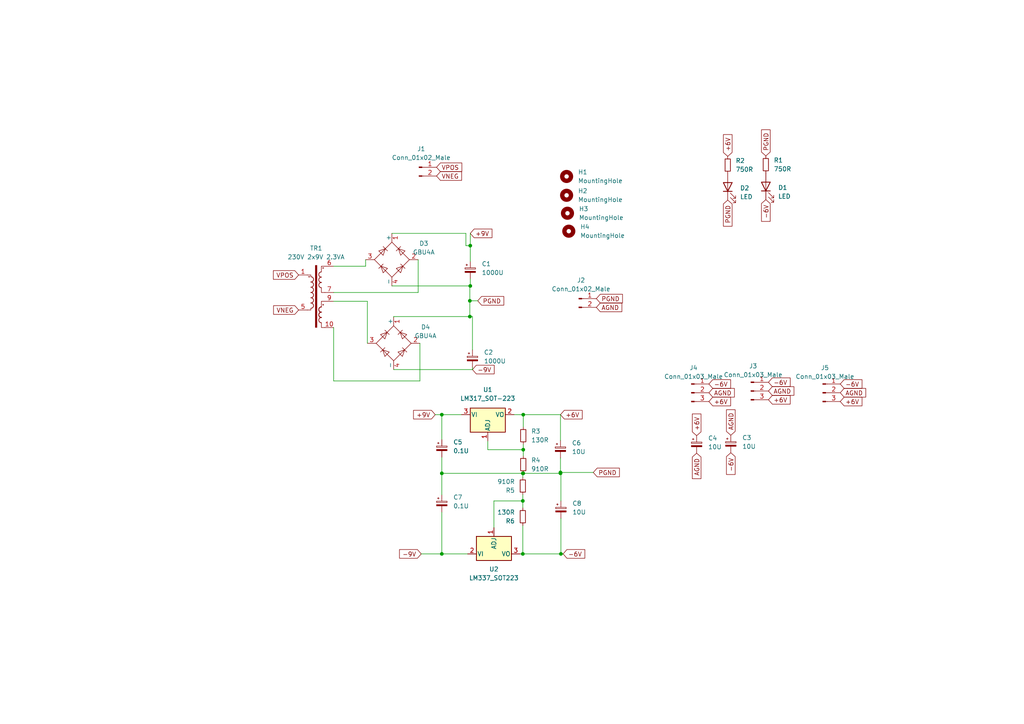
<source format=kicad_sch>
(kicad_sch (version 20230121) (generator eeschema)
  (paper "A4")
  (lib_symbols
    (symbol "Connector:Conn_01x02_Male" (pin_names (offset 1.016) hide)
      (property "Reference" "J" (at 0 2.54 0))
      (property "Value" "Conn_01x02_Male" (at 0 -5.08 0))
      (symbol "Conn_01x02_Male_1_1"
        (polyline (pts (xy 1.27 -2.54) (xy 0.8636 -2.54)) (stroke (width 0.1524)))
        (polyline (pts (xy 1.27 0) (xy 0.8636 0)) (stroke (width 0.1524)))
        (rectangle (start 0.8636 -2.413) (end 0 -2.667) (stroke (width 0.1524)) (fill (type outline)))
        (rectangle (start 0.8636 0.127) (end 0 -0.127) (stroke (width 0.1524)) (fill (type outline)))
        (pin passive line (at 5.08 0 180) (length 3.81) (name "Pin_1") (number "1"))
        (pin passive line (at 5.08 -2.54 180) (length 3.81) (name "Pin_2") (number "2"))
      )
    )
    (symbol "Connector:Conn_01x03_Male" (pin_names (offset 1.016) hide)
      (property "Reference" "J" (at 0 5.08 0))
      (property "Value" "Conn_01x03_Male" (at 0 -5.08 0))
      (symbol "Conn_01x03_Male_1_1"
        (polyline (pts (xy 1.27 -2.54) (xy 0.8636 -2.54)) (stroke (width 0.1524)))
        (polyline (pts (xy 1.27 0) (xy 0.8636 0)) (stroke (width 0.1524)))
        (polyline (pts (xy 1.27 2.54) (xy 0.8636 2.54)) (stroke (width 0.1524)))
        (rectangle (start 0.8636 -2.413) (end 0 -2.667) (stroke (width 0.1524)) (fill (type outline)))
        (rectangle (start 0.8636 0.127) (end 0 -0.127) (stroke (width 0.1524)) (fill (type outline)))
        (rectangle (start 0.8636 2.667) (end 0 2.413) (stroke (width 0.1524)) (fill (type outline)))
        (pin passive line (at 5.08 2.54 180) (length 3.81) (name "Pin_1") (number "1"))
        (pin passive line (at 5.08 0 180) (length 3.81) (name "Pin_2") (number "2"))
        (pin passive line (at 5.08 -2.54 180) (length 3.81) (name "Pin_3") (number "3"))
      )
    )
    (symbol "Device:C_Polarized_Small" (pin_numbers hide) (pin_names (offset 0.254) hide)
      (property "Reference" "C" (at 0.254 1.778 0))
      (property "Value" "C_Polarized_Small" (at 0.254 -2.032 0))
      (symbol "C_Polarized_Small_0_1"
        (rectangle (start -1.524 -0.3048) (end 1.524 -0.6858) (fill (type outline)))
        (rectangle (start -1.524 0.6858) (end 1.524 0.3048))
        (polyline (pts (xy -1.27 1.524) (xy -0.762 1.524)))
        (polyline (pts (xy -1.016 1.27) (xy -1.016 1.778)))
      )
      (symbol "C_Polarized_Small_1_1"
        (pin passive line (at 0 2.54 270) (length 1.8542) (name "~") (number "1"))
        (pin passive line (at 0 -2.54 90) (length 1.8542) (name "~") (number "2"))
      )
    )
    (symbol "Device:LED" (pin_numbers hide) (pin_names (offset 1.016) hide)
      (property "Reference" "D" (at 0 2.54 0))
      (property "Value" "LED" (at 0 -2.54 0))
      (symbol "LED_0_1"
        (polyline (pts (xy -1.27 -1.27) (xy -1.27 1.27)) (stroke (width 0.254)))
        (polyline (pts (xy -1.27 0) (xy 1.27 0)))
        (polyline (pts (xy 1.27 -1.27) (xy 1.27 1.27) (xy -1.27 0) (xy 1.27 -1.27)) (stroke (width 0.254)))
        (polyline (pts (xy -3.048 -0.762) (xy -4.572 -2.286) (xy -3.81 -2.286) (xy -4.572 -2.286) (xy -4.572 -1.524)))
        (polyline (pts (xy -1.778 -0.762) (xy -3.302 -2.286) (xy -2.54 -2.286) (xy -3.302 -2.286) (xy -3.302 -1.524)))
      )
      (symbol "LED_1_1"
        (pin passive line (at -3.81 0 0) (length 2.54) (name "K") (number "1"))
        (pin passive line (at 3.81 0 180) (length 2.54) (name "A") (number "2"))
      )
    )
    (symbol "Device:R_Small" (pin_numbers hide) (pin_names (offset 0.254) hide)
      (property "Reference" "R" (at 0.762 0.508 0))
      (property "Value" "R_Small" (at 0.762 -1.016 0))
      (symbol "R_Small_0_1"
        (rectangle (start -0.762 1.778) (end 0.762 -1.778) (stroke (width 0.2032)))
      )
      (symbol "R_Small_1_1"
        (pin passive line (at 0 2.54 270) (length 0.762) (name "~") (number "1"))
        (pin passive line (at 0 -2.54 90) (length 0.762) (name "~") (number "2"))
      )
    )
    (symbol "Diode_Bridge:GBU4A" (pin_names (offset 0))
      (property "Reference" "D" (at 2.54 6.985 0))
      (property "Value" "GBU4A" (at 2.54 5.08 0))
      (symbol "GBU4A_0_1"
        (polyline (pts (xy -2.54 3.81) (xy -1.27 2.54)))
        (polyline (pts (xy -1.27 -2.54) (xy -2.54 -3.81)))
        (polyline (pts (xy 2.54 -1.27) (xy 3.81 -2.54)))
        (polyline (pts (xy 2.54 1.27) (xy 3.81 2.54)))
        (polyline (pts (xy -3.81 2.54) (xy -2.54 1.27) (xy -1.905 3.175) (xy -3.81 2.54)))
        (polyline (pts (xy -2.54 -1.27) (xy -3.81 -2.54) (xy -1.905 -3.175) (xy -2.54 -1.27)))
        (polyline (pts (xy 1.27 2.54) (xy 2.54 3.81) (xy 3.175 1.905) (xy 1.27 2.54)))
        (polyline (pts (xy 3.175 -1.905) (xy 1.27 -2.54) (xy 2.54 -3.81) (xy 3.175 -1.905)))
        (polyline (pts (xy -5.08 0) (xy 0 -5.08) (xy 5.08 0) (xy 0 5.08) (xy -5.08 0)))
      )
      (symbol "GBU4A_1_1"
        (pin passive line (at 7.62 0 180) (length 2.54) (name "+") (number "1"))
        (pin passive line (at 0 -7.62 90) (length 2.54) (name "~") (number "2"))
        (pin passive line (at 0 7.62 270) (length 2.54) (name "~") (number "3"))
        (pin passive line (at -7.62 0 0) (length 2.54) (name "-") (number "4"))
      )
    )
    (symbol "Mechanical:MountingHole" (pin_names (offset 1.016))
      (property "Reference" "H" (at 0 5.08 0))
      (property "Value" "MountingHole" (at 0 3.175 0))
      (symbol "MountingHole_0_1"
        (circle (center 0 0) (radius 1.27) (stroke (width 1.27)))
      )
    )
    (symbol "Regulator_Linear:LM317_SOT-223" (pin_names (offset 0.254))
      (property "Reference" "U" (at -3.81 3.175 0))
      (property "Value" "LM317_SOT-223" (at 0 3.175 0))
      (symbol "LM317_SOT-223_0_1"
        (rectangle (start -5.08 1.905) (end 5.08 -5.08) (stroke (width 0.254)) (fill (type background)))
      )
      (symbol "LM317_SOT-223_1_1"
        (pin input line (at 0 -7.62 90) (length 2.54) (name "ADJ") (number "1"))
        (pin power_out line (at 7.62 0 180) (length 2.54) (name "VO") (number "2"))
        (pin power_in line (at -7.62 0 0) (length 2.54) (name "VI") (number "3"))
      )
    )
    (symbol "Regulator_Linear:LM337_SOT223" (pin_names (offset 0.254))
      (property "Reference" "U" (at -3.81 -3.175 0))
      (property "Value" "LM337_SOT223" (at 0 -3.175 0))
      (symbol "LM337_SOT223_0_1"
        (rectangle (start -5.08 5.08) (end 5.08 -1.905) (stroke (width 0.254)) (fill (type background)))
      )
      (symbol "LM337_SOT223_1_1"
        (pin input line (at 0 7.62 270) (length 2.54) (name "ADJ") (number "1"))
        (pin power_in line (at -7.62 0 0) (length 2.54) (name "VI") (number "2"))
        (pin power_out line (at 7.62 0 180) (length 2.54) (name "VO") (number "3"))
      )
    )
    (symbol "Transformer:TEZ2.6-D-2" (pin_names (offset 0.0254))
      (property "Reference" "TR" (at 0 8.89 0))
      (property "Value" "TEZ2.6-D-2" (at 0 -11.43 0))
      (symbol "TEZ2.6-D-2_0_1"
        (circle (center -2.032 4.572) (radius 0.127))
        (arc (start -1.524 -4.572) (mid -0.7653 -3.81) (end -1.524 -3.048) (stroke (width 0.2032)))
        (arc (start -1.524 -3.048) (mid -0.7653 -2.286) (end -1.524 -1.524) (stroke (width 0.2032)))
        (arc (start -1.524 -1.524) (mid -0.7653 -0.762) (end -1.524 0) (stroke (width 0.2032)))
        (arc (start -1.524 0) (mid -0.7653 0.762) (end -1.524 1.524) (stroke (width 0.2032)))
        (arc (start -1.524 1.524) (mid -0.7653 2.286) (end -1.524 3.048) (stroke (width 0.2032)))
        (arc (start -1.524 3.048) (mid -0.7653 3.81) (end -1.524 4.572) (stroke (width 0.2032)))
        (rectangle (start -0.254 7.874) (end 0.254 -10.16) (stroke (width 0.0254)) (fill (type outline)))
        (polyline (pts (xy -1.524 -4.572) (xy -1.524 -5.08) (xy -2.54 -5.08)))
        (polyline (pts (xy -1.524 4.572) (xy -1.524 5.08) (xy -2.54 5.08)))
        (polyline (pts (xy 1.524 -8.89) (xy 1.524 -10.16) (xy 2.54 -10.16)))
        (polyline (pts (xy 2.54 -2.54) (xy 1.524 -2.54) (xy 1.524 -4.064)))
        (polyline (pts (xy 2.54 0) (xy 1.524 0) (xy 1.524 1.27)))
        (polyline (pts (xy 2.54 7.62) (xy 1.524 7.62) (xy 1.524 6.096)))
        (arc (start 1.524 -7.239) (mid 0.7653 -8.001) (end 1.524 -8.763) (stroke (width 0.2032)))
        (arc (start 1.524 -5.715) (mid 0.7653 -6.477) (end 1.524 -7.239) (stroke (width 0.2032)))
        (arc (start 1.524 -5.715) (mid 0.7653 -6.477) (end 1.524 -7.239) (stroke (width 0.2032)))
        (arc (start 1.524 -4.191) (mid 0.7653 -4.953) (end 1.524 -5.715) (stroke (width 0.2032)))
        (arc (start 1.524 -4.191) (mid 0.7653 -4.953) (end 1.524 -5.715) (stroke (width 0.2032)))
        (arc (start 1.524 2.921) (mid 0.7653 2.159) (end 1.524 1.397) (stroke (width 0.2032)))
        (arc (start 1.524 4.445) (mid 0.7653 3.683) (end 1.524 2.921) (stroke (width 0.2032)))
        (arc (start 1.524 5.969) (mid 0.7653 5.207) (end 1.524 4.445) (stroke (width 0.2032)))
        (circle (center 2.032 -3.556) (radius 0.127))
        (circle (center 2.032 7.112) (radius 0.127))
      )
      (symbol "TEZ2.6-D-2_1_1"
        (pin passive line (at -5.08 5.08 0) (length 2.54) (name "~") (number "1"))
        (pin passive line (at 5.08 -10.16 180) (length 2.54) (name "~") (number "10"))
        (pin passive line (at -5.08 -5.08 0) (length 2.54) (name "~") (number "5"))
        (pin passive line (at 5.08 7.62 180) (length 2.54) (name "~") (number "6"))
        (pin passive line (at 5.08 0 180) (length 2.54) (name "~") (number "7"))
        (pin passive line (at 5.08 -2.54 180) (length 2.54) (name "~") (number "9"))
      )
    )
  )
  (junction (at 151.765 130.429))
  (junction (at 151.638 145.288))
  (junction (at 151.765 120.269))
  (junction (at 151.638 137.287))
  (junction (at 128.143 120.269))
  (junction (at 162.56 137.287))
  (junction (at 128.143 160.655))
  (junction (at 136.398 82.931))
  (junction (at 151.638 160.655))
  (junction (at 162.687 160.655))
  (junction (at 136.271 91.821))
  (junction (at 136.398 71.247))
  (junction (at 162.56 137.033))
  (junction (at 128.143 137.287))
  (junction (at 136.271 87.249))
  (junction (at 151.765 137.287))
  (wire (pts (xy 137.033 91.821) (xy 136.271 91.821)))
  (wire (pts (xy 96.774 77.216) (xy 106.045 77.216)))
  (wire (pts (xy 136.398 83.185) (xy 136.271 83.185)))
  (wire (pts (xy 121.793 110.49) (xy 96.774 110.49)))
  (wire (pts (xy 106.553 87.376) (xy 96.774 87.376)))
  (wire (pts (xy 151.765 130.429) (xy 151.765 132.207)))
  (wire (pts (xy 151.765 128.905) (xy 151.765 130.429)))
  (wire (pts (xy 106.553 99.568) (xy 106.553 87.376)))
  (wire (pts (xy 136.398 71.247) (xy 136.398 75.819)))
  (wire (pts (xy 136.271 91.821) (xy 114.173 91.821)))
  (wire (pts (xy 136.398 80.899) (xy 136.398 82.931)))
  (wire (pts (xy 162.687 160.655) (xy 163.322 160.655)))
  (wire (pts (xy 162.687 160.655) (xy 162.687 150.368)))
  (wire (pts (xy 151.638 152.4) (xy 151.638 160.655)))
  (wire (pts (xy 128.143 160.655) (xy 135.636 160.655)))
  (wire (pts (xy 162.56 127.762) (xy 162.56 120.269)))
  (wire (pts (xy 141.478 127.889) (xy 141.478 130.429)))
  (wire (pts (xy 128.143 120.269) (xy 133.858 120.269)))
  (wire (pts (xy 143.256 145.288) (xy 151.638 145.288)))
  (wire (pts (xy 113.665 82.931) (xy 136.398 82.931)))
  (wire (pts (xy 128.143 127.508) (xy 128.143 120.269)))
  (wire (pts (xy 162.56 132.842) (xy 162.56 137.033)))
  (wire (pts (xy 135.128 67.691) (xy 135.128 71.247)))
  (wire (pts (xy 143.256 153.035) (xy 143.256 145.288)))
  (wire (pts (xy 151.765 137.287) (xy 162.56 137.287)))
  (wire (pts (xy 128.143 137.287) (xy 128.143 132.588)))
  (wire (pts (xy 151.765 120.269) (xy 151.765 123.825)))
  (wire (pts (xy 136.271 83.185) (xy 136.271 87.249)))
  (wire (pts (xy 137.033 106.553) (xy 137.033 107.188)))
  (wire (pts (xy 106.045 75.311) (xy 106.045 77.216)))
  (wire (pts (xy 128.143 148.59) (xy 128.143 160.655)))
  (wire (pts (xy 151.765 120.269) (xy 162.56 120.269)))
  (wire (pts (xy 136.271 87.249) (xy 138.557 87.249)))
  (wire (pts (xy 151.638 147.32) (xy 151.638 145.288)))
  (wire (pts (xy 136.398 82.931) (xy 136.398 83.185)))
  (wire (pts (xy 151.638 160.655) (xy 162.687 160.655)))
  (wire (pts (xy 137.033 107.188) (xy 114.173 107.188)))
  (wire (pts (xy 151.638 145.288) (xy 151.638 143.51)))
  (wire (pts (xy 126.238 120.269) (xy 128.143 120.269)))
  (wire (pts (xy 149.098 120.269) (xy 151.765 120.269)))
  (wire (pts (xy 113.665 67.691) (xy 135.128 67.691)))
  (wire (pts (xy 114.173 91.821) (xy 114.173 91.948)))
  (wire (pts (xy 151.638 160.655) (xy 150.876 160.655)))
  (wire (pts (xy 121.793 99.568) (xy 121.793 110.49)))
  (wire (pts (xy 96.774 84.836) (xy 121.285 84.836)))
  (wire (pts (xy 162.56 137.033) (xy 162.56 137.287)))
  (wire (pts (xy 136.398 67.691) (xy 136.398 71.247)))
  (wire (pts (xy 162.687 145.288) (xy 162.687 137.287)))
  (wire (pts (xy 162.56 137.287) (xy 162.687 137.287)))
  (wire (pts (xy 136.271 87.249) (xy 136.271 91.821)))
  (wire (pts (xy 151.638 137.287) (xy 151.765 137.287)))
  (wire (pts (xy 135.128 71.247) (xy 136.398 71.247)))
  (wire (pts (xy 141.478 130.429) (xy 151.765 130.429)))
  (wire (pts (xy 121.285 75.311) (xy 121.285 84.836)))
  (wire (pts (xy 96.774 110.49) (xy 96.774 94.996)))
  (wire (pts (xy 151.638 137.287) (xy 151.638 138.43)))
  (wire (pts (xy 128.143 143.51) (xy 128.143 137.287)))
  (wire (pts (xy 128.143 137.287) (xy 151.638 137.287)))
  (wire (pts (xy 122.174 160.655) (xy 128.143 160.655)))
  (wire (pts (xy 137.033 91.821) (xy 137.033 101.473)))
  (wire (pts (xy 172.085 137.033) (xy 162.56 137.033)))
  (global_label "VNEG" (shape input) (at 126.619 51.054 0) (property "Intersheetrefs" "${INTERSHEET_REFS}" (effects hide)))
  (global_label "-6V" (shape input) (at 243.713 111.379 0) (property "Intersheetrefs" "${INTERSHEET_REFS}" (effects hide)))
  (global_label "AGND" (shape input) (at 222.885 113.411 0) (property "Intersheetrefs" "${INTERSHEET_REFS}" (effects hide)))
  (global_label "+6V" (shape input) (at 211.074 45.339 90) (property "Intersheetrefs" "${INTERSHEET_REFS}" (effects hide)))
  (global_label "-9V" (shape input) (at 122.174 160.655 180) (property "Intersheetrefs" "${INTERSHEET_REFS}" (effects hide)))
  (global_label "-9V" (shape input) (at 137.033 107.188 0) (property "Intersheetrefs" "${INTERSHEET_REFS}" (effects hide)))
  (global_label "AGND" (shape input) (at 202.057 131.445 270) (property "Intersheetrefs" "${INTERSHEET_REFS}" (effects hide)))
  (global_label "PGND" (shape input) (at 138.557 87.249 0) (property "Intersheetrefs" "${INTERSHEET_REFS}" (effects hide)))
  (global_label "+9V" (shape input) (at 126.238 120.269 180) (property "Intersheetrefs" "${INTERSHEET_REFS}" (effects hide)))
  (global_label "+9V" (shape input) (at 136.398 67.691 0) (property "Intersheetrefs" "${INTERSHEET_REFS}" (effects hide)))
  (global_label "VNEG" (shape input) (at 86.614 89.916 180) (property "Intersheetrefs" "${INTERSHEET_REFS}" (effects hide)))
  (global_label "-6V" (shape input) (at 222.885 110.871 0) (property "Intersheetrefs" "${INTERSHEET_REFS}" (effects hide)))
  (global_label "VPOS" (shape input) (at 86.614 79.756 180) (property "Intersheetrefs" "${INTERSHEET_REFS}" (effects hide)))
  (global_label "-6V" (shape input) (at 211.963 131.318 270) (property "Intersheetrefs" "${INTERSHEET_REFS}" (effects hide)))
  (global_label "+6V" (shape input) (at 243.713 116.459 0) (property "Intersheetrefs" "${INTERSHEET_REFS}" (effects hide)))
  (global_label "VPOS" (shape input) (at 126.619 48.514 0) (property "Intersheetrefs" "${INTERSHEET_REFS}" (effects hide)))
  (global_label "+6V" (shape input) (at 205.613 116.459 0) (property "Intersheetrefs" "${INTERSHEET_REFS}" (effects hide)))
  (global_label "AGND" (shape input) (at 205.613 113.919 0) (property "Intersheetrefs" "${INTERSHEET_REFS}" (effects hide)))
  (global_label "PGND" (shape input) (at 172.974 86.614 0) (property "Intersheetrefs" "${INTERSHEET_REFS}" (effects hide)))
  (global_label "AGND" (shape input) (at 172.974 89.154 0) (property "Intersheetrefs" "${INTERSHEET_REFS}" (effects hide)))
  (global_label "AGND" (shape input) (at 211.963 126.238 90) (property "Intersheetrefs" "${INTERSHEET_REFS}" (effects hide)))
  (global_label "+6V" (shape input) (at 222.885 115.951 0) (property "Intersheetrefs" "${INTERSHEET_REFS}" (effects hide)))
  (global_label "-6V" (shape input) (at 222.123 57.912 270) (property "Intersheetrefs" "${INTERSHEET_REFS}" (effects hide)))
  (global_label "-6V" (shape input) (at 205.613 111.379 0) (property "Intersheetrefs" "${INTERSHEET_REFS}" (effects hide)))
  (global_label "+6V" (shape input) (at 162.56 120.269 0) (property "Intersheetrefs" "${INTERSHEET_REFS}" (effects hide)))
  (global_label "-6V" (shape input) (at 163.322 160.655 0) (property "Intersheetrefs" "${INTERSHEET_REFS}" (effects hide)))
  (global_label "+6V" (shape input) (at 202.057 126.365 90) (property "Intersheetrefs" "${INTERSHEET_REFS}" (effects hide)))
  (global_label "PGND" (shape input) (at 211.074 58.039 270) (property "Intersheetrefs" "${INTERSHEET_REFS}" (effects hide)))
  (global_label "AGND" (shape input) (at 243.713 113.919 0) (property "Intersheetrefs" "${INTERSHEET_REFS}" (effects hide)))
  (global_label "PGND" (shape input) (at 172.085 137.033 0) (property "Intersheetrefs" "${INTERSHEET_REFS}" (effects hide)))
  (global_label "PGND" (shape input) (at 222.123 45.212 90) (property "Intersheetrefs" "${INTERSHEET_REFS}" (effects hide)))
  (symbol (lib_id "Connector:Conn_01x03_Male") (at 238.633 113.919 0) (unit 1)
    (property "Reference" "J5" (at 239.268 106.68 0))
    (property "Value" "Conn_01x03_Male" (at 239.268 109.22 0))
    (property "Footprint" "Connector_JST:JST_PH_B3B-PH-K_1x03_P2.00mm_Vertical" (effects hide))
  )
  (symbol (lib_id "Regulator_Linear:LM317_SOT-223") (at 141.478 120.269 0) (unit 1)
    (property "Reference" "U1" (at 141.478 113.03 0))
    (property "Value" "LM317_SOT-223" (at 141.478 115.57 0))
    (property "Footprint" "Package_TO_SOT_SMD:SOT-223-3_TabPin2" (effects hide))
    (property "Datasheet" "http://www.ti.com/lit/ds/symlink/lm317.pdf" (effects hide))
  )
  (symbol (lib_id "Mechanical:MountingHole") (at 164.338 51.181 0) (unit 1)
    (property "Reference" "H1" (at 167.64 49.9109 0) (effects (justify left)))
    (property "Value" "MountingHole" (at 167.64 52.4509 0) (effects (justify left)))
    (property "Footprint" "MountingHole:MountingHole_3.2mm_M3" (effects hide))
  )
  (symbol (lib_id "Diode_Bridge:GBU4A") (at 114.173 99.568 90) (unit 1)
    (property "Reference" "D4" (at 123.444 94.869 90))
    (property "Value" "GBU4A" (at 123.444 97.409 90))
    (property "Footprint" "Diode_THT:Diode_Bridge_Vishay_GBU" (effects hide))
    (property "Datasheet" "http://www.vishay.com/docs/88656/gbu4a.pdf" (effects hide))
  )
  (symbol (lib_id "Device:R_Small") (at 211.074 47.879 0) (unit 1)
    (property "Reference" "R2" (at 213.36 46.6089 0) (effects (justify left)))
    (property "Value" "750R" (at 213.36 49.1489 0) (effects (justify left)))
    (property "Footprint" "Resistor_SMD:R_0603_1608Metric_Pad0.98x0.95mm_HandSolder" (effects hide))
  )
  (symbol (lib_id "Device:C_Polarized_Small") (at 137.033 104.013 0) (unit 1)
    (property "Reference" "C2" (at 140.335 102.1968 0) (effects (justify left)))
    (property "Value" "1000U" (at 140.335 104.7368 0) (effects (justify left)))
    (property "Footprint" "Capacitor_THT:CP_Radial_D10.0mm_P5.00mm_P7.50mm" (effects hide))
  )
  (symbol (lib_id "Device:C_Polarized_Small") (at 128.143 130.048 0) (unit 1)
    (property "Reference" "C5" (at 131.445 128.2318 0) (effects (justify left)))
    (property "Value" "0.1U" (at 131.445 130.7718 0) (effects (justify left)))
    (property "Footprint" "Capacitor_SMD:C_0603_1608Metric_Pad1.08x0.95mm_HandSolder" (effects hide))
  )
  (symbol (lib_id "Device:C_Polarized_Small") (at 211.963 128.778 0) (unit 1)
    (property "Reference" "C3" (at 215.265 126.9618 0) (effects (justify left)))
    (property "Value" "10U" (at 215.265 129.5018 0) (effects (justify left)))
    (property "Footprint" "Capacitor_SMD:C_1206_3216Metric_Pad1.33x1.80mm_HandSolder" (effects hide))
  )
  (symbol (lib_id "Device:C_Polarized_Small") (at 162.56 130.302 0) (unit 1)
    (property "Reference" "C6" (at 165.862 128.4858 0) (effects (justify left)))
    (property "Value" "10U" (at 165.862 131.0258 0) (effects (justify left)))
    (property "Footprint" "Capacitor_SMD:C_1206_3216Metric_Pad1.33x1.80mm_HandSolder" (effects hide))
  )
  (symbol (lib_id "Device:R_Small") (at 151.765 126.365 0) (unit 1)
    (property "Reference" "R3" (at 154.051 125.0949 0) (effects (justify left)))
    (property "Value" "130R" (at 154.051 127.6349 0) (effects (justify left)))
    (property "Footprint" "Resistor_SMD:R_0805_2012Metric_Pad1.20x1.40mm_HandSolder" (effects hide))
  )
  (symbol (lib_id "Device:C_Polarized_Small") (at 202.057 128.905 0) (unit 1)
    (property "Reference" "C4" (at 205.359 127.0888 0) (effects (justify left)))
    (property "Value" "10U" (at 205.359 129.6288 0) (effects (justify left)))
    (property "Footprint" "Capacitor_SMD:C_1206_3216Metric_Pad1.33x1.80mm_HandSolder" (effects hide))
  )
  (symbol (lib_id "Device:C_Polarized_Small") (at 128.143 146.05 0) (unit 1)
    (property "Reference" "C7" (at 131.445 144.2338 0) (effects (justify left)))
    (property "Value" "0.1U" (at 131.445 146.7738 0) (effects (justify left)))
    (property "Footprint" "Capacitor_SMD:C_0603_1608Metric_Pad1.08x0.95mm_HandSolder" (effects hide))
  )
  (symbol (lib_id "Regulator_Linear:LM337_SOT223") (at 143.256 160.655 0) (unit 1)
    (property "Reference" "U2" (at 143.256 165.1 0))
    (property "Value" "LM337_SOT223" (at 143.256 167.64 0))
    (property "Footprint" "Package_TO_SOT_SMD:SOT-223-3_TabPin2" (effects hide))
    (property "Datasheet" "http://www.ti.com/lit/ds/symlink/lm337-n.pdf" (effects hide))
  )
  (symbol (lib_id "Connector:Conn_01x02_Male") (at 121.539 48.514 0) (unit 1)
    (property "Reference" "J1" (at 122.174 43.18 0))
    (property "Value" "Conn_01x02_Male" (at 122.174 45.72 0))
    (property "Footprint" "Connector_JST:JST_XH_B2B-XH-A_1x02_P2.50mm_Vertical" (effects hide))
  )
  (symbol (lib_id "Mechanical:MountingHole") (at 164.338 56.642 0) (unit 1)
    (property "Reference" "H2" (at 167.64 55.3719 0) (effects (justify left)))
    (property "Value" "MountingHole" (at 167.64 57.9119 0) (effects (justify left)))
    (property "Footprint" "MountingHole:MountingHole_3.2mm_M3" (effects hide))
  )
  (symbol (lib_id "Device:R_Small") (at 151.638 140.97 180) (unit 1)
    (property "Reference" "R5" (at 149.352 142.2401 0) (effects (justify left)))
    (property "Value" "910R" (at 149.352 139.7001 0) (effects (justify left)))
    (property "Footprint" "Resistor_SMD:R_0805_2012Metric_Pad1.20x1.40mm_HandSolder" (effects hide))
  )
  (symbol (lib_id "Diode_Bridge:GBU4A") (at 113.665 75.311 90) (unit 1)
    (property "Reference" "D3" (at 122.936 70.612 90))
    (property "Value" "GBU4A" (at 122.936 73.152 90))
    (property "Footprint" "Diode_THT:Diode_Bridge_Vishay_GBU" (effects hide))
    (property "Datasheet" "http://www.vishay.com/docs/88656/gbu4a.pdf" (effects hide))
  )
  (symbol (lib_id "Device:C_Polarized_Small") (at 162.687 147.828 0) (unit 1)
    (property "Reference" "C8" (at 165.989 146.0118 0) (effects (justify left)))
    (property "Value" "10U" (at 165.989 148.5518 0) (effects (justify left)))
    (property "Footprint" "Capacitor_SMD:C_1206_3216Metric_Pad1.33x1.80mm_HandSolder" (effects hide))
  )
  (symbol (lib_id "Connector:Conn_01x03_Male") (at 200.533 113.919 0) (unit 1)
    (property "Reference" "J4" (at 201.168 106.68 0))
    (property "Value" "Conn_01x03_Male" (at 201.168 109.22 0))
    (property "Footprint" "Connector_JST:JST_PH_B3B-PH-K_1x03_P2.00mm_Vertical" (effects hide))
  )
  (symbol (lib_id "Device:LED") (at 222.123 54.102 90) (unit 1)
    (property "Reference" "D1" (at 225.679 54.4194 90) (effects (justify right)))
    (property "Value" "LED" (at 225.679 56.9594 90) (effects (justify right)))
    (property "Footprint" "LED_SMD:LED_0805_2012Metric_Pad1.15x1.40mm_HandSolder" (effects hide))
  )
  (symbol (lib_id "Device:R_Small") (at 151.638 149.86 180) (unit 1)
    (property "Reference" "R6" (at 149.352 151.1301 0) (effects (justify left)))
    (property "Value" "130R" (at 149.352 148.5901 0) (effects (justify left)))
    (property "Footprint" "Resistor_SMD:R_0805_2012Metric_Pad1.20x1.40mm_HandSolder" (effects hide))
  )
  (symbol (lib_id "Connector:Conn_01x02_Male") (at 167.894 86.614 0) (unit 1)
    (property "Reference" "J2" (at 168.529 81.28 0))
    (property "Value" "Conn_01x02_Male" (at 168.529 83.82 0))
    (property "Footprint" "Connector_JST:JST_PH_B2B-PH-K_1x02_P2.00mm_Vertical" (effects hide))
  )
  (symbol (lib_id "Device:R_Small") (at 222.123 47.752 0) (unit 1)
    (property "Reference" "R1" (at 224.409 46.4819 0) (effects (justify left)))
    (property "Value" "750R" (at 224.409 49.0219 0) (effects (justify left)))
    (property "Footprint" "Resistor_SMD:R_0603_1608Metric_Pad0.98x0.95mm_HandSolder" (effects hide))
  )
  (symbol (lib_id "Connector:Conn_01x03_Male") (at 217.805 113.411 0) (unit 1)
    (property "Reference" "J3" (at 218.44 106.172 0))
    (property "Value" "Conn_01x03_Male" (at 218.44 108.712 0))
    (property "Footprint" "Connector_JST:JST_PH_B3B-PH-K_1x03_P2.00mm_Vertical" (effects hide))
  )
  (symbol (lib_id "Mechanical:MountingHole") (at 164.973 67.056 0) (unit 1)
    (property "Reference" "H4" (at 168.275 65.7859 0) (effects (justify left)))
    (property "Value" "MountingHole" (at 168.275 68.3259 0) (effects (justify left)))
    (property "Footprint" "MountingHole:MountingHole_3.2mm_M3" (effects hide))
  )
  (symbol (lib_id "Device:R_Small") (at 151.765 134.747 0) (unit 1)
    (property "Reference" "R4" (at 154.051 133.4769 0) (effects (justify left)))
    (property "Value" "910R" (at 154.051 136.0169 0) (effects (justify left)))
    (property "Footprint" "Resistor_SMD:R_0805_2012Metric_Pad1.20x1.40mm_HandSolder" (effects hide))
  )
  (symbol (lib_id "Transformer:TEZ2.6-D-2") (at 91.694 84.836 0) (unit 1)
    (property "Reference" "TR1" (at 91.694 72.009 0))
    (property "Value" "230V 2x9V 2.3VA" (at 91.694 74.549 0))
    (property "Footprint" "Transformer_THT:Transformer_Breve_TEZ-28x33" (effects hide))
    (property "Datasheet" "http://www.breve.pl/pdf/ANG/TEZ_ang.pdf" (effects hide))
  )
  (symbol (lib_id "Mechanical:MountingHole") (at 164.592 61.849 0) (unit 1)
    (property "Reference" "H3" (at 167.894 60.5789 0) (effects (justify left)))
    (property "Value" "MountingHole" (at 167.894 63.1189 0) (effects (justify left)))
    (property "Footprint" "MountingHole:MountingHole_3.2mm_M3" (effects hide))
  )
  (symbol (lib_id "Device:LED") (at 211.074 54.229 90) (unit 1)
    (property "Reference" "D2" (at 214.63 54.5464 90) (effects (justify right)))
    (property "Value" "LED" (at 214.63 57.0864 90) (effects (justify right)))
    (property "Footprint" "LED_SMD:LED_0805_2012Metric_Pad1.15x1.40mm_HandSolder" (effects hide))
  )
  (symbol (lib_id "Device:C_Polarized_Small") (at 136.398 78.359 0) (unit 1)
    (property "Reference" "C1" (at 139.7 76.5428 0) (effects (justify left)))
    (property "Value" "1000U" (at 139.7 79.0828 0) (effects (justify left)))
    (property "Footprint" "Capacitor_THT:CP_Radial_D10.0mm_P5.00mm_P7.50mm" (effects hide))
  )
)
</source>
